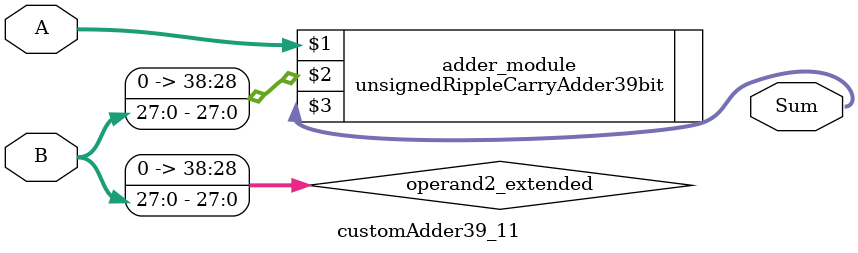
<source format=v>
module customAdder39_11(
                        input [38 : 0] A,
                        input [27 : 0] B,
                        
                        output [39 : 0] Sum
                );

        wire [38 : 0] operand2_extended;
        
        assign operand2_extended =  {11'b0, B};
        
        unsignedRippleCarryAdder39bit adder_module(
            A,
            operand2_extended,
            Sum
        );
        
        endmodule
        
</source>
